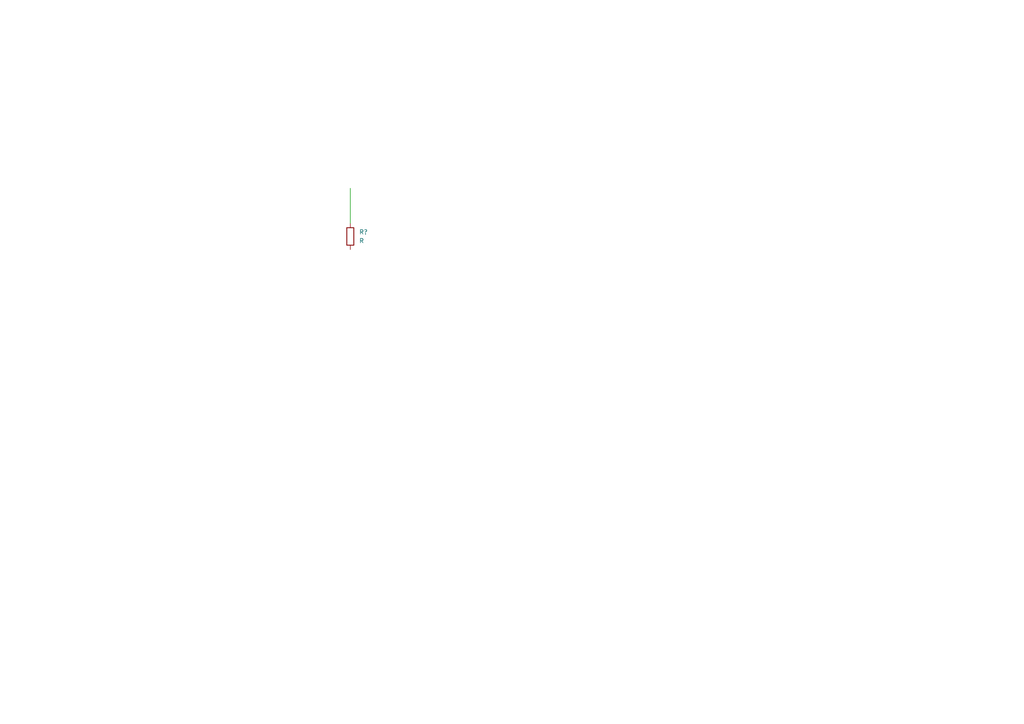
<source format=kicad_sch>
(kicad_sch (version 20211123) (generator eeschema)
  (paper "A4")
  (lib_symbols
    (symbol "Device:R" (pin_numbers hide) (pin_names (offset 0))
      (property "Reference" "R" (at 2.032 0 90))
      (property "Value" "R" (at 0 0 90))
      (symbol "R_0_1"
        (rectangle (start -1.016 -2.54) (end 1.016 2.54) (stroke (width 0.254)))
      )
      (symbol "R_1_1"
        (pin passive line (at 0 3.81 270) (length 1.27) (name "~") (number "1"))
        (pin passive line (at 0 -3.81 90) (length 1.27) (name "~") (number "2"))
      )
    )
  )
  (wire (pts (xy 101.6 54.61) (xy 101.6 64.77)))
  (symbol (lib_id "Device:R") (at 101.6 68.58 0) (unit 1)
    (property "Reference" "R?" (at 104.14 67.3099 0) (effects (justify left)))
    (property "Value" "R" (at 104.14 69.8499 0) (effects (justify left)))
  )
)
</source>
